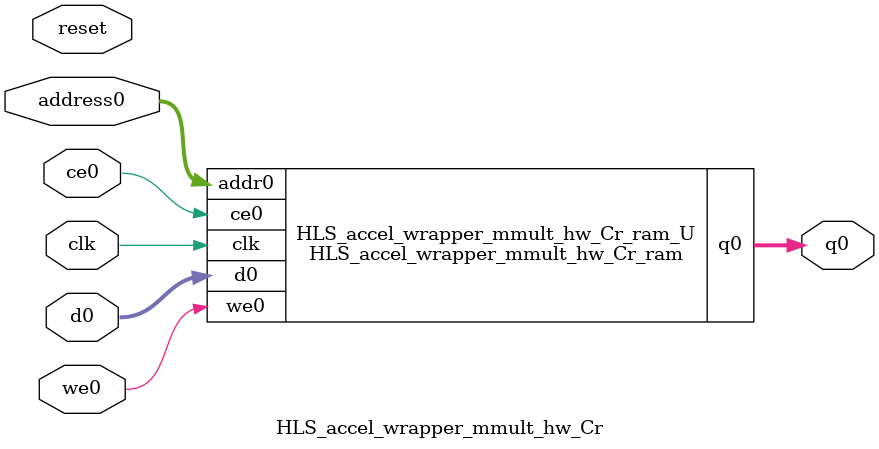
<source format=v>
`timescale 1 ns / 1 ps
module HLS_accel_wrapper_mmult_hw_Cr_ram (addr0, ce0, d0, we0, q0,  clk);

parameter DWIDTH = 32;
parameter AWIDTH = 4;
parameter MEM_SIZE = 16;

input[AWIDTH-1:0] addr0;
input ce0;
input[DWIDTH-1:0] d0;
input we0;
output reg[DWIDTH-1:0] q0;
input clk;

reg [DWIDTH-1:0] ram[0:MEM_SIZE-1];




always @(posedge clk)  
begin 
    if (ce0) begin
        if (we0) 
            ram[addr0] <= d0; 
        q0 <= ram[addr0];
    end
end


endmodule

`timescale 1 ns / 1 ps
module HLS_accel_wrapper_mmult_hw_Cr(
    reset,
    clk,
    address0,
    ce0,
    we0,
    d0,
    q0);

parameter DataWidth = 32'd32;
parameter AddressRange = 32'd16;
parameter AddressWidth = 32'd4;
input reset;
input clk;
input[AddressWidth - 1:0] address0;
input ce0;
input we0;
input[DataWidth - 1:0] d0;
output[DataWidth - 1:0] q0;



HLS_accel_wrapper_mmult_hw_Cr_ram HLS_accel_wrapper_mmult_hw_Cr_ram_U(
    .clk( clk ),
    .addr0( address0 ),
    .ce0( ce0 ),
    .we0( we0 ),
    .d0( d0 ),
    .q0( q0 ));

endmodule


</source>
